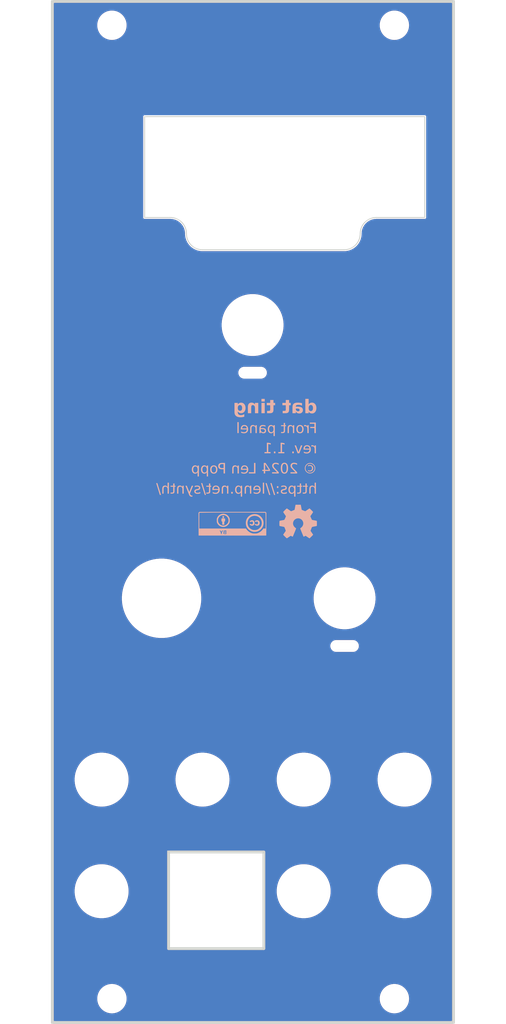
<source format=kicad_pcb>
(kicad_pcb (version 20240108) (generator "pcbnew") (generator_version "8.0")
  (title_block (title "Eurorack 10HP Panel") (date "2024-10-04") (rev "1.1") (company "Len Popp") (comment 1 "https://lenp.net/synth/") (comment 2 "Copyright © 2024 Len Popp CC BY") (comment 3 "Mounting holes match Delptronics panels") (comment 4 "Front panel for 10HP Eurorack module"))
  (layers (0 "F.Cu" signal) (31 "B.Cu" signal) (34 "B.Paste" user) (35 "F.Paste" user) (36 "B.SilkS" user "B.Silkscreen") (37 "F.SilkS" user "F.Silkscreen") (38 "B.Mask" user) (39 "F.Mask" user) (44 "Edge.Cuts" user))
  (property "MODULE" "dat ting")
  (net 0 "")
  (footprint "-lmp-holes:MountingHole_Panel_3.2mm_M3" (layer "F.Cu") (at 107.5 23)
    (property "Reference" "REF**" (hide yes))
    (property "Value" "MountingHole_Panel_3.2mm_M3")
    (pad "" np_thru_hole circle (at 0 0) (size 3.2 3.2) (drill 3.2) (layers "*.Cu" "*.Mask"))
  )
  (footprint "-lmp-holes:MountingHole_Panel_3.2mm_M3" (layer "F.Cu") (at 107.5 145.5)
    (property "Reference" "REF**" (hide yes))
    (property "Value" "MountingHole_Panel_3.2mm_M3")
    (pad "" np_thru_hole circle (at 0 0) (size 3.2 3.2) (drill 3.2) (layers "*.Cu" "*.Mask"))
  )
  (footprint "-lmp-holes:MountingHole_Panel_3.2mm_M3" (layer "F.Cu") (at 143.06 23)
    (property "Reference" "REF**" (hide yes))
    (property "Value" "MountingHole_Panel_3.2mm_M3")
    (pad "" np_thru_hole circle (at 0 0) (size 3.2 3.2) (drill 3.2) (layers "*.Cu" "*.Mask"))
  )
  (footprint "-lmp-holes:MountingHole_Panel_3.2mm_M3" (layer "F.Cu") (at 143.06 145.5)
    (property "Reference" "REF**" (hide yes))
    (property "Value" "MountingHole_Panel_3.2mm_M3")
    (pad "" np_thru_hole circle (at 0 0) (size 3.2 3.2) (drill 3.2) (layers "*.Cu" "*.Mask"))
  )
  (footprint "-lmp-holes:MountingHole_Jack_3.5mm_PJ398" (layer "F.Cu") (at 131.64 117.9378)
    (property "Reference" "REF**" (hide yes))
    (property "Value" "MountingHole_Jack_3.5mm_PJ398")
    (pad "" np_thru_hole circle (at 0 0) (size 6.3 6.3) (drill 6.3) (layers "*.Cu" "*.Mask"))
  )
  (footprint "-lmp-holes:MountingHole_Jack_3.5mm_PJ398" (layer "F.Cu") (at 144.34 117.9378)
    (property "Reference" "REF**" (hide yes))
    (property "Value" "MountingHole_Jack_3.5mm_PJ398")
    (pad "" np_thru_hole circle (at 0 0) (size 6.3 6.3) (drill 6.3) (layers "*.Cu" "*.Mask"))
  )
  (footprint "-lmp-holes:MountingHole_Pot_Alpha" (layer "F.Cu") (at 136.79 95.116)
    (property "Reference" "REF**" (hide yes))
    (property "Value" "MountingHole_Pot_Alpha")
    (pad "" np_thru_hole circle (at 0 0) (size 7.3 7.3) (drill 7.3) (layers "*.Cu" "*.Mask"))
    (pad "" np_thru_hole oval (at 0 6) (size 3.1 1) (drill oval 3.1 1) (layers "F&B.Cu" "*.Mask"))
  )
  (footprint "-lmp-holes:MountingHole_Jack_3.5mm_PJ398" (layer "F.Cu") (at 144.34 131.98)
    (property "Reference" "REF**" (hide yes))
    (property "Value" "MountingHole_Jack_3.5mm_PJ398")
    (pad "" np_thru_hole circle (at 0 0) (size 6.3 6.3) (drill 6.3) (layers "*.Cu" "*.Mask"))
  )
  (footprint "-lmp-holes:MountingHole_Jack_3.5mm_PJ398" (layer "F.Cu") (at 106.2 131.98)
    (property "Reference" "REF**" (hide yes))
    (property "Value" "MountingHole_Jack_3.5mm_PJ398")
    (pad "" np_thru_hole circle (at 0 0) (size 6.3 6.3) (drill 6.3) (layers "*.Cu" "*.Mask"))
  )
  (footprint "-lmp-holes:MountingHole_Jack_3.5mm_PJ398" (layer "F.Cu") (at 106.2 117.9378)
    (property "Reference" "REF**" (hide yes))
    (property "Value" "MountingHole_Jack_3.5mm_PJ398")
    (pad "" np_thru_hole circle (at 0 0) (size 6.3 6.3) (drill 6.3) (layers "*.Cu" "*.Mask"))
  )
  (footprint "-lmp-holes:MountingHole_Jack_3.5mm_PJ398" (layer "F.Cu") (at 131.64 131.98)
    (property "Reference" "REF**" (hide yes))
    (property "Value" "MountingHole_Jack_3.5mm_PJ398")
    (pad "" np_thru_hole circle (at 0 0) (size 6.3 6.3) (drill 6.3) (layers "*.Cu" "*.Mask"))
  )
  (footprint "-lmp-holes:MountingHole_SW_Push_C&K_D6R" (layer "F.Cu") (at 113.75 95.116)
    (property "Reference" "REF**" (hide yes))
    (property "Value" "MountingHole_SW_Push_C&K_D6R")
    (pad "" np_thru_hole circle (at 0 0) (size 9.5 9.5) (drill 9.5) (layers "F&B.Cu" "*.Mask"))
  )
  (footprint "-lmp-holes:MountingHole_Pot_Alpha" (layer "F.Cu") (at 125.21 60.727)
    (property "Reference" "REF**" (hide yes))
    (property "Value" "MountingHole_Pot_Alpha")
    (pad "" np_thru_hole circle (at 0 0) (size 7.3 7.3) (drill 7.3) (layers "*.Cu" "*.Mask"))
    (pad "" np_thru_hole oval (at 0 6) (size 3.1 1) (drill oval 3.1 1) (layers "F&B.Cu" "*.Mask"))
  )
  (footprint "-lmp-holes:Hole_Panel_OLED_0.91in_Header_8pin" (layer "F.Cu") (at 125.25 40.845)
    (property "Reference" "REF**" (hide yes))
    (property "Value" "Hole_Panel_OLED_0.91in")
    (fp_line (start -13.635 -6.35) (end 21.635 -6.35) (stroke (width 0.12)) (layer "Edge.Cuts"))
    (fp_line (start -13.635 6.35) (end -13.635 -6.35) (stroke (width 0.12)) (layer "Edge.Cuts"))
    (fp_line (start -13.635 6.35) (end -10.404 6.35) (stroke (width 0.12)) (layer "Edge.Cuts"))
    (fp_line (start 11.478 10.414) (end -6.34 10.414) (stroke (width 0.12)) (layer "Edge.Cuts"))
    (fp_line (start 15.542 6.35) (end 21.635 6.35) (stroke (width 0.12)) (layer "Edge.Cuts"))
    (fp_line (start 21.635 -6.35) (end 21.635 6.35) (stroke (width 0.12)) (layer "Edge.Cuts"))
    (fp_arc (start -10.404 6.35) (mid -8.967159 6.945159) (end -8.372 8.382) (stroke (width 0.12)) (layer "Edge.Cuts"))
    (fp_arc (start -6.34 10.414) (mid -7.776841 9.818841) (end -8.372 8.382) (stroke (width 0.12)) (layer "Edge.Cuts"))
    (fp_arc (start 13.51 8.382) (mid 12.914841 9.818841) (end 11.478 10.414) (stroke (width 0.12)) (layer "Edge.Cuts"))
    (fp_arc (start 13.51 8.382) (mid 14.105159 6.945159) (end 15.542 6.35) (stroke (width 0.12)) (layer "Edge.Cuts"))
  )
  (footprint "-lmp-holes:MountingHole_Jack_3.5mm_PJ398" (layer "F.Cu") (at 118.9 117.9378)
    (property "Reference" "REF**" (hide yes))
    (property "Value" "MountingHole_Jack_3.5mm_PJ398")
    (pad "" np_thru_hole circle (at 0 0) (size 6.3 6.3) (drill 6.3) (layers "*.Cu" "*.Mask"))
  )
  (footprint "-lmp-misc:Logo_CC_BY" (layer "B.Cu") (at 122.682 85.725 180)
    (property "Reference" "G1" (hide yes))
    (property "Value" "LOGO" (hide yes))
    (fp_poly (pts (xy 1.198591 0.946718) (xy 1.24453 0.917911) (xy 1.27384 0.871061) (xy 1.277828 0.813909) (xy 1.259491 0.769726) (xy 1.210366 0.728824) (xy 1.146002 0.723246) (xy 1.095375 0.742529) (xy 1.066734 0.780694) (xy 1.059449 0.837345) (xy 1.073909 0.894193) (xy 1.091595 0.919238) (xy 1.144715 0.94974) (xy 1.198591 0.946718)) (stroke (width 0.01)) (fill solid) (layer "B.SilkS"))
    (fp_poly (pts (xy 1.007728 -1.10891) (xy 1.049387 -1.134554) (xy 1.058333 -1.165687) (xy 1.039922 -1.20516) (xy 0.995527 -1.235496) (xy 0.941409 -1.250332) (xy 0.893826 -1.243305) (xy 0.881944 -1.234722) (xy 0.871604 -1.205116) (xy 0.867833 -1.160639) (xy 0.873749 -1.117666) (xy 0.900438 -1.102183) (xy 0.929602 -1.100667) (xy 1.007728 -1.10891)) (stroke (width 0.01)) (fill solid) (layer "B.SilkS"))
    (fp_poly (pts (xy 1.008624 -0.933911) (xy 1.031746 -0.945922) (xy 1.03403 -0.973783) (xy 1.033347 -0.978959) (xy 1.019822 -1.01226) (xy 0.983682 -1.028491) (xy 0.947208 -1.033153) (xy 0.895209 -1.034637) (xy 0.872834 -1.022459) (xy 0.867847 -0.98928) (xy 0.867833 -0.985528) (xy 0.872155 -0.95086) (xy 0.893029 -0.935299) (xy 0.942319 -0.931379) (xy 0.953972 -0.931334) (xy 1.008624 -0.933911)) (stroke (width 0.01)) (fill solid) (layer "B.SilkS"))
    (fp_poly (pts (xy 1.265371 0.674893) (xy 1.332164 0.667029) (xy 1.368521 0.652922) (xy 1.374168 0.64759) (xy 1.387404 0.607674) (xy 1.393405 0.532293) (xy 1.392634 0.451798) (xy 1.388574 0.368274) (xy 1.382243 0.318048) (xy 1.370829 0.292085) (xy 1.351516 0.281354) (xy 1.338791 0.278986) (xy 1.316623 0.273497) (xy 1.302673 0.259195) (xy 1.295045 0.227858) (xy 1.291842 0.171267) (xy 1.291168 0.081201) (xy 1.291166 0.072611) (xy 1.291166 -0.127) (xy 1.037166 -0.127) (xy 1.037166 0.072611) (xy 1.036608 0.165606) (xy 1.033668 0.224491) (xy 1.02645 0.257486) (xy 1.013056 0.272812) (xy 0.991591 0.278688) (xy 0.989541 0.278986) (xy 0.964679 0.286104) (xy 0.949697 0.304969) (xy 0.941426 0.345002) (xy 0.936694 0.415619) (xy 0.935704 0.438879) (xy 0.933742 0.541942) (xy 0.942403 0.610052) (xy 0.96854 0.650424) (xy 1.01901 0.670269) (xy 1.100668 0.676801) (xy 1.162319 0.677333) (xy 1.265371 0.674893)) (stroke (width 0.01)) (fill solid) (layer "B.SilkS"))
    (fp_poly (pts (xy -3.02103 0.424598) (xy -2.91672 0.387702) (xy -2.880305 0.364287) (xy -2.831233 0.316441) (xy -2.82357 0.27634) (xy -2.857298 0.243) (xy -2.878228 0.233015) (xy -2.927801 0.217368) (xy -2.96114 0.224786) (xy -2.981416 0.240625) (xy -3.034554 0.267504) (xy -3.099006 0.273562) (xy -3.155714 0.258594) (xy -3.175583 0.242714) (xy -3.193774 0.202761) (xy -3.208244 0.139832) (xy -3.212007 0.110423) (xy -3.207041 0.017637) (xy -3.176589 -0.051636) (xy -3.126708 -0.092927) (xy -3.063452 -0.101769) (xy -2.992878 -0.073694) (xy -2.977533 -0.062563) (xy -2.937359 -0.035025) (xy -2.905035 -0.032112) (xy -2.858844 -0.052225) (xy -2.856122 -0.053629) (xy -2.789721 -0.087967) (xy -2.839486 -0.141245) (xy -2.933756 -0.213414) (xy -3.043435 -0.250287) (xy -3.158803 -0.250035) (xy -3.254244 -0.219188) (xy -3.333304 -0.158345) (xy -3.387757 -0.072069) (xy -3.416357 0.029772) (xy -3.417861 0.13731) (xy -3.391023 0.240675) (xy -3.334599 0.329998) (xy -3.324795 0.340295) (xy -3.236756 0.400263) (xy -3.131605 0.428574) (xy -3.02103 0.424598)) (stroke (width 0.01)) (fill solid) (layer "B.SilkS"))
    (fp_poly (pts (xy -2.39168 0.425061) (xy -2.365422 0.419864) (xy -2.306453 0.398275) (xy -2.24476 0.363217) (xy -2.192613 0.323291) (xy -2.162283 0.287101) (xy -2.159 0.275127) (xy -2.176157 0.258362) (xy -2.218635 0.2336) (xy -2.231009 0.227502) (xy -2.279889 0.206692) (xy -2.308737 0.20668) (xy -2.334969 0.228531) (xy -2.340123 0.234165) (xy -2.393198 0.266129) (xy -2.45973 0.274255) (xy -2.512218 0.258537) (xy -2.546037 0.216053) (xy -2.568158 0.147925) (xy -2.574311 0.070185) (xy -2.570997 0.037874) (xy -2.542321 -0.039667) (xy -2.492697 -0.087999) (xy -2.430625 -0.10356) (xy -2.364608 -0.082791) (xy -2.335818 -0.060589) (xy -2.297118 -0.030981) (xy -2.260723 -0.028782) (xy -2.223329 -0.04199) (xy -2.176133 -0.065406) (xy -2.163143 -0.089267) (xy -2.183198 -0.124379) (xy -2.211106 -0.155875) (xy -2.296435 -0.218831) (xy -2.399927 -0.251253) (xy -2.508693 -0.251377) (xy -2.609839 -0.217439) (xy -2.619569 -0.211781) (xy -2.700833 -0.14597) (xy -2.749326 -0.06404) (xy -2.768556 0.041501) (xy -2.76827 0.105949) (xy -2.745638 0.232547) (xy -2.693649 0.330106) (xy -2.615317 0.396277) (xy -2.513656 0.428712) (xy -2.39168 0.425061)) (stroke (width 0.01)) (fill solid) (layer "B.SilkS"))
    (fp_poly (pts (xy -2.563057 1.182731) (xy -2.361828 1.123237) (xy -2.176836 1.028043) (xy -2.012387 0.898954) (xy -1.872787 0.737776) (xy -1.851627 0.706999) (xy -1.760969 0.533924) (xy -1.702324 0.341508) (xy -1.676332 0.138827) (xy -1.683633 -0.065038) (xy -1.724866 -0.261008) (xy -1.774419 -0.38896) (xy -1.88282 -0.569588) (xy -2.02332 -0.726553) (xy -2.190308 -0.855437) (xy -2.378175 -0.951818) (xy -2.558393 -1.006682) (xy -2.661676 -1.025313) (xy -2.752778 -1.032549) (xy -2.849774 -1.028779) (xy -2.963334 -1.015429) (xy -3.161479 -0.968309) (xy -3.342295 -0.883698) (xy -3.50892 -0.760016) (xy -3.553297 -0.718328) (xy -3.700506 -0.54945) (xy -3.806929 -0.371404) (xy -3.873687 -0.181037) (xy -3.901084 0.018874) (xy -3.687783 0.018874) (xy -3.657491 -0.157882) (xy -3.6048 -0.296334) (xy -3.539895 -0.400636) (xy -3.448266 -0.509609) (xy -3.342045 -0.611122) (xy -3.233365 -0.693046) (xy -3.174437 -0.726586) (xy -3.01123 -0.784497) (xy -2.833345 -0.810389) (xy -2.655039 -0.803099) (xy -2.54 -0.778349) (xy -2.383548 -0.714064) (xy -2.23681 -0.620867) (xy -2.110085 -0.506773) (xy -2.013669 -0.379796) (xy -2.002272 -0.359795) (xy -1.926639 -0.181924) (xy -1.889736 -0.003553) (xy -1.888625 0.171489) (xy -1.920364 0.339374) (xy -1.982014 0.496271) (xy -2.070635 0.638352) (xy -2.183288 0.761788) (xy -2.317032 0.862749) (xy -2.468928 0.937407) (xy -2.636035 0.981932) (xy -2.815414 0.992496) (xy -3.004125 0.965269) (xy -3.017095 0.961982) (xy -3.18983 0.896576) (xy -3.341128 0.799061) (xy -3.468467 0.674837) (xy -3.569325 0.529307) (xy -3.641178 0.367869) (xy -3.681505 0.195924) (xy -3.687783 0.018874) (xy -3.901084 0.018874) (xy -3.901897 0.024804) (xy -3.89365 0.240822) (xy -3.851504 0.433215) (xy -3.772288 0.615301) (xy -3.660959 0.781846) (xy -3.522476 0.927617) (xy -3.361796 1.047378) (xy -3.183877 1.135898) (xy -2.996996 1.187388) (xy -2.776215 1.204716) (xy -2.563057 1.182731)) (stroke (width 0.01)) (fill solid) (layer "B.SilkS"))
    (fp_poly (pts (xy 1.377307 1.219627) (xy 1.537281 1.160105) (xy 1.682469 1.068615) (xy 1.807111 0.946685) (xy 1.905443 0.795844) (xy 1.909413 0.787882) (xy 1.940321 0.722465) (xy 1.960425 0.668687) (xy 1.972035 0.614111) (xy 1.977464 0.5463) (xy 1.979023 0.452817) (xy 1.979083 0.413084) (xy 1.977975 0.304751) (xy 1.973402 0.226714) (xy 1.963487 0.166965) (xy 1.946354 0.113498) (xy 1.924445 0.06345) (xy 1.831411 -0.086953) (xy 1.708237 -0.212584) (xy 1.561218 -0.310224) (xy 1.396648 -0.376655) (xy 1.220825 -0.408659) (xy 1.040042 -0.403016) (xy 1.018548 -0.399695) (xy 0.861591 -0.353137) (xy 0.711567 -0.270809) (xy 0.576827 -0.159249) (xy 0.465722 -0.024998) (xy 0.405977 0.080051) (xy 0.378882 0.143162) (xy 0.361991 0.200848) (xy 0.352996 0.266663) (xy 0.349584 0.354157) (xy 0.349386 0.38893) (xy 0.500593 0.38893) (xy 0.510606 0.302508) (xy 0.536592 0.193771) (xy 0.574165 0.106276) (xy 0.63213 0.022779) (xy 0.683322 -0.035796) (xy 0.81069 -0.145244) (xy 0.953839 -0.216764) (xy 1.108269 -0.249085) (xy 1.269476 -0.24094) (xy 1.34649 -0.222717) (xy 1.49922 -0.157615) (xy 1.625396 -0.064388) (xy 1.723417 0.051265) (xy 1.791679 0.183645) (xy 1.828583 0.327053) (xy 1.832525 0.475789) (xy 1.801903 0.624155) (xy 1.735117 0.766451) (xy 1.654299 0.872386) (xy 1.547984 0.968323) (xy 1.43207 1.031456) (xy 1.296278 1.066311) (xy 1.191868 1.075973) (xy 1.097105 1.078188) (xy 1.028028 1.072995) (xy 0.96827 1.05784) (xy 0.902986 1.030864) (xy 0.760552 0.944352) (xy 0.645883 0.830942) (xy 0.562193 0.696593) (xy 0.512692 0.547269) (xy 0.500593 0.38893) (xy 0.349386 0.38893) (xy 0.34925 0.41275) (xy 0.350641 0.516588) (xy 0.356385 0.591778) (xy 0.368837 0.651959) (xy 0.39035 0.710769) (xy 0.407119 0.747943) (xy 0.489615 0.895944) (xy 0.586193 1.012456) (xy 0.704778 1.107466) (xy 0.866283 1.1911) (xy 1.036047 1.236653) (xy 1.208308 1.245652) (xy 1.377307 1.219627)) (stroke (width 0.01)) (fill solid) (layer "B.SilkS"))
    (fp_poly (pts (xy 4.22386 1.429564) (xy 4.275963 1.377461) (xy 4.270523 -0.057395) (xy 4.265083 -1.49225) (xy 0.019454 -1.497593) (xy -0.401443 -1.498054) (xy -0.811056 -1.498365) (xy -1.207377 -1.498531) (xy -1.588395 -1.498556) (xy -1.952102 -1.498445) (xy -2.296486 -1.498202) (xy -2.619538 -1.49783) (xy -2.919248 -1.497335) (xy -3.193607 -1.496719) (xy -3.440605 -1.495988) (xy -3.658231 -1.495145) (xy -3.844477 -1.494195) (xy -3.997332 -1.493142) (xy -4.114786 -1.491989) (xy -4.19483 -1.490742) (xy -4.235454 -1.489404) (xy -4.240338 -1.488774) (xy -4.242738 -1.465738) (xy -4.24501 -1.403866) (xy -4.24712 -1.306657) (xy -4.249033 -1.17761) (xy -4.250715 -1.020222) (xy -4.252132 -0.837992) (xy -4.253248 -0.634417) (xy -4.25403 -0.412996) (xy -4.254443 -0.177227) (xy -4.2545 -0.048427) (xy -4.2545 0.366183) (xy -4.169834 0.366183) (xy -4.169834 -0.613834) (xy -4.026959 -0.614379) (xy -3.884084 -0.614925) (xy -3.812144 -0.720966) (xy -3.692651 -0.864995) (xy -3.542152 -0.996181) (xy -3.371665 -1.106777) (xy -3.192209 -1.189035) (xy -3.108881 -1.21544) (xy -2.997957 -1.235421) (xy -2.862492 -1.245246) (xy -2.719048 -1.244881) (xy -2.584188 -1.234297) (xy -2.486239 -1.216626) (xy -2.272603 -1.14063) (xy -2.076159 -1.027636) (xy -1.902364 -0.881322) (xy -1.872569 -0.846667) (xy 0.783166 -0.846667) (xy 0.783166 -1.312334) (xy 0.917895 -1.312334) (xy 1.004895 -1.308401) (xy 1.064225 -1.294438) (xy 1.108395 -1.268464) (xy 1.153631 -1.212561) (xy 1.16015 -1.151895) (xy 1.127249 -1.095152) (xy 1.122761 -1.090924) (xy 1.095408 -1.06005) (xy 1.100119 -1.036022) (xy 1.112178 -1.022631) (xy 1.140542 -0.973664) (xy 1.127789 -0.922153) (xy 1.100666 -0.889) (xy 1.066252 -0.864363) (xy 1.017466 -0.851272) (xy 0.941826 -0.846789) (xy 0.92075 -0.846667) (xy 1.185789 -0.846667) (xy 1.270228 -0.984623) (xy 1.319 -1.071602) (xy 1.345387 -1.140404) (xy 1.354475 -1.205058) (xy 1.354666 -1.217456) (xy 1.35688 -1.276088) (xy 1.367744 -1.303811) (xy 1.393598 -1.311987) (xy 1.407583 -1.312334) (xy 1.440934 -1.308067) (xy 1.456279 -1.287521) (xy 1.460461 -1.23908) (xy 1.460563 -1.222375) (xy 1.468744 -1.154833) (xy 1.496329 -1.080912) (xy 1.543713 -0.994834) (xy 1.585033 -0.925149) (xy 1.606079 -0.883515) (xy 1.608913 -0.86202) (xy 1.595597 -0.852753) (xy 1.581496 -0.849898) (xy 1.555171 -0.849042) (xy 1.530909 -0.860656) (xy 1.501095 -0.89146) (xy 1.45812 -0.948175) (xy 1.437195 -0.977303) (xy 1.403307 -1.024763) (xy 1.352528 -0.935878) (xy 1.314063 -0.878532) (xy 1.2778 -0.852038) (xy 1.243769 -0.84683) (xy 1.185789 -0.846667) (xy 0.92075 -0.846667) (xy 0.783166 -0.846667) (xy -1.872569 -0.846667) (xy -1.783802 -0.743422) (xy -1.68774 -0.613834) (xy 4.191 -0.613834) (xy 4.191 0.366183) (xy 4.190708 0.611968) (xy 4.18979 0.818065) (xy 4.188178 0.987114) (xy 4.185805 1.121755) (xy 4.182605 1.224631) (xy 4.178511 1.298382) (xy 4.173457 1.345649) (xy 4.167375 1.369072) (xy 4.165599 1.3716) (xy 4.141594 1.374757) (xy 4.07774 1.377723) (xy 3.97652 1.380499) (xy 3.840418 1.383084) (xy 3.671917 1.385478) (xy 3.473502 1.387681) (xy 3.247656 1.389693) (xy 2.996862 1.391514) (xy 2.723604 1.393145) (xy 2.430367 1.394585) (xy 2.119632 1.395834) (xy 1.793885 1.396892) (xy 1.455608 1.397759) (xy 1.107285 1.398435) (xy 0.751401 1.398921) (xy 0.390438 1.399216) (xy 0.02688 1.39932) (xy -0.336789 1.399233) (xy -0.698086 1.398955) (xy -1.054526 1.398487) (xy -1.403627 1.397827) (xy -1.742905 1.396977) (xy -2.069875 1.395936) (xy -2.382055 1.394704) (xy -2.676961 1.393282) (xy -2.952109 1.391668) (xy -3.205015 1.389864) (xy -3.433196 1.387869) (xy -3.634169 1.385683) (xy -3.805449 1.383306) (xy -3.944553 1.380738) (xy -4.048998 1.37798) (xy -4.116299 1.37503) (xy -4.143973 1.37189) (xy -4.144434 1.3716) (xy -4.150797 1.353998) (xy -4.156114 1.313246) (xy -4.160454 1.246703) (xy -4.163882 1.151728) (xy -4.166465 1.025681) (xy -4.168271 0.865919) (xy -4.169365 0.669804) (xy -4.169814 0.434693) (xy -4.169834 0.366183) (xy -4.2545 0.366183) (xy -4.2545 1.377757) (xy -4.202546 1.429712) (xy -4.150591 1.481666) (xy 4.171757 1.481666) (xy 4.22386 1.429564)) (stroke (width 0.01)) (fill solid) (layer "B.SilkS"))
  )
  (footprint "-lmp-misc:Logo_OSHW" (layer "B.Cu") (at 130.937 85.471 180)
    (property "Reference" "G3" (hide yes))
    (property "Value" "LOGO" (hide yes))
    (fp_poly (pts (xy 0.332309 2.043907) (xy 0.341381 1.998069) (xy 0.354628 1.929173) (xy 0.370495 1.845389) (xy 0.38743 1.75489) (xy 0.393386 1.722796) (xy 0.437401 1.485029) (xy 0.657063 1.393795) (xy 0.74497 1.357921) (xy 0.808749 1.333741) (xy 0.853195 1.319859) (xy 0.883107 1.31488) (xy 0.903282 1.317408) (xy 0.9098 1.320262) (xy 0.933551 1.334917) (xy 0.978298 1.364246) (xy 1.038939 1.404842) (xy 1.110374 1.453296) (xy 1.165969 1.491371) (xy 1.240949 1.542833) (xy 1.307718 1.588474) (xy 1.361493 1.625041) (xy 1.397494 1.649281) (xy 1.409956 1.657414) (xy 1.427811 1.652955) (xy 1.463227 1.627667) (xy 1.517172 1.58073) (xy 1.590613 1.511323) (xy 1.644039 1.458948) (xy 1.711608 1.391108) (xy 1.771268 1.329438) (xy 1.819306 1.277919) (xy 1.852008 1.240535) (xy 1.865664 1.221267) (xy 1.865677 1.221226) (xy 1.859691 1.197676) (xy 1.835212 1.150604) (xy 1.793183 1.081596) (xy 1.734543 0.992239) (xy 1.697471 0.937781) (xy 1.520815 0.68096) (xy 1.619383 0.452127) (xy 1.659348 0.362713) (xy 1.694168 0.291444) (xy 1.72197 0.241872) (xy 1.740879 0.217552) (xy 1.744007 0.215831) (xy 1.767564 0.210654) (xy 1.816769 0.200917) (xy 1.886021 0.187693) (xy 1.969721 0.172052) (xy 2.047875 0.157689) (xy 2.138232 0.140363) (xy 2.217638 0.123538) (xy 2.280838 0.108457) (xy 2.322577 0.096363) (xy 2.33735 0.089224) (xy 2.341052 0.068346) (xy 2.344296 0.021045) (xy 2.34688 -0.047351) (xy 2.348601 -0.131515) (xy 2.349256 -0.224274) (xy 2.34874 -0.336892) (xy 2.346841 -0.421041) (xy 2.343351 -0.479979) (xy 2.33806 -0.516966) (xy 2.330759 -0.535262) (xy 2.329202 -0.536832) (xy 2.307564 -0.54503) (xy 2.260103 -0.557343) (xy 2.192292 -0.572534) (xy 2.109605 -0.589367) (xy 2.031546 -0.604073) (xy 1.940736 -0.621377) (xy 1.860376 -0.638211) (xy 1.795872 -0.653319) (xy 1.752632 -0.665446) (xy 1.736595 -0.672515) (xy 1.722252 -0.695942) (xy 1.700812 -0.741547) (xy 1.674629 -0.803127) (xy 1.646056 -0.87448) (xy 1.617445 -0.949405) (xy 1.591149 -1.021699) (xy 1.569521 -1.085159) (xy 1.554912 -1.133585) (xy 1.549677 -1.160773) (xy 1.550241 -1.163788) (xy 1.562554 -1.182573) (xy 1.589739 -1.222789) (xy 1.628605 -1.279753) (xy 1.675959 -1.348785) (xy 1.717281 -1.408788) (xy 1.768237 -1.483332) (xy 1.812217 -1.548959) (xy 1.846284 -1.601179) (xy 1.867501 -1.635506) (xy 1.873249 -1.647126) (xy 1.862515 -1.661602) (xy 1.832595 -1.694758) (xy 1.786914 -1.742986) (xy 1.728898 -1.802678) (xy 1.661972 -1.870225) (xy 1.652489 -1.879701) (xy 1.570583 -1.960422) (xy 1.507752 -2.019804) (xy 1.461587 -2.059887) (xy 1.429677 -2.082708) (xy 1.409614 -2.090306) (xy 1.404428 -2.089563) (xy 1.382638 -2.077373) (xy 1.339761 -2.050325) (xy 1.280786 -2.011678) (xy 1.210703 -1.964685) (xy 1.15767 -1.928544) (xy 1.084231 -1.878624) (xy 1.019809 -1.835701) (xy 0.968968 -1.802746) (xy 0.936274 -1.782731) (xy 0.926456 -1.778) (xy 0.907758 -1.784814) (xy 0.868466 -1.802925) (xy 0.816075 -1.82883) (xy 0.799669 -1.837215) (xy 0.745513 -1.863547) (xy 0.702661 -1.881495) (xy 0.678317 -1.888138) (xy 0.675671 -1.887463) (xy 0.666195 -1.869527) (xy 0.646683 -1.826283) (xy 0.61885 -1.761921) (xy 0.584411 -1.680627) (xy 0.545081 -1.586591) (xy 0.502576 -1.484001) (xy 0.458609 -1.377043) (xy 0.414897 -1.269908) (xy 0.373154 -1.166782) (xy 0.335095 -1.071855) (xy 0.302436 -0.989313) (xy 0.276891 -0.923346) (xy 0.260175 -0.878141) (xy 0.254004 -0.857887) (xy 0.254 -0.857727) (xy 0.267057 -0.831175) (xy 0.291181 -0.813655) (xy 0.320082 -0.795098) (xy 0.363545 -0.760996) (xy 0.413339 -0.717903) (xy 0.425838 -0.706469) (xy 0.521321 -0.598253) (xy 0.589436 -0.478327) (xy 0.630082 -0.350658) (xy 0.64316 -0.219214) (xy 0.628567 -0.087962) (xy 0.586205 0.039131) (xy 0.515973 0.158097) (xy 0.449685 0.234902) (xy 0.34119 0.322392) (xy 0.220313 0.382989) (xy 0.091552 0.416695) (xy -0.040598 0.423509) (xy -0.171639 0.403432) (xy -0.297073 0.356462) (xy -0.412405 0.282601) (xy -0.465561 0.234902) (xy -0.555494 0.124047) (xy -0.617486 0.002268) (xy -0.651637 -0.126466) (xy -0.658048 -0.258188) (xy -0.636819 -0.38893) (xy -0.588051 -0.514725) (xy -0.511844 -0.631606) (xy -0.441714 -0.706469) (xy -0.391624 -0.750788) (xy -0.345801 -0.787757) (xy -0.31248 -0.810824) (xy -0.307057 -0.813655) (xy -0.278822 -0.836047) (xy -0.269875 -0.857727) (xy -0.275742 -0.877259) (xy -0.292199 -0.921853) (xy -0.317531 -0.987321) (xy -0.350023 -1.069475) (xy -0.38796 -1.164127) (xy -0.429627 -1.267088) (xy -0.473309 -1.374171) (xy -0.517291 -1.481187) (xy -0.559858 -1.583949) (xy -0.599294 -1.678267) (xy -0.633886 -1.759955) (xy -0.661917 -1.824823) (xy -0.681673 -1.868683) (xy -0.691439 -1.887349) (xy -0.691547 -1.887463) (xy -0.708781 -1.884865) (xy -0.74673 -1.87007) (xy -0.79819 -1.845995) (xy -0.815545 -1.837215) (xy -0.87027 -1.809724) (xy -0.914006 -1.789018) (xy -0.939274 -1.778598) (xy -0.942068 -1.778) (xy -0.958281 -1.786545) (xy -0.99619 -1.81026) (xy -1.051371 -1.846265) (xy -1.119398 -1.891677) (xy -1.185816 -1.93675) (xy -1.261905 -1.988112) (xy -1.329536 -2.03255) (xy -1.38415 -2.067164) (xy -1.42119 -2.089057) (xy -1.43553 -2.0955) (xy -1.45167 -2.084739) (xy -1.486309 -2.054764) (xy -1.535721 -2.00903) (xy -1.59618 -1.950995) (xy -1.663958 -1.884116) (xy -1.671057 -1.877013) (xy -1.738416 -1.808944) (xy -1.797325 -1.748305) (xy -1.844348 -1.698724) (xy -1.87605 -1.66383) (xy -1.888994 -1.647251) (xy -1.889125 -1.646708) (xy -1.880529 -1.630386) (xy -1.856698 -1.592506) (xy -1.820567 -1.537547) (xy -1.775072 -1.469987) (xy -1.733157 -1.408788) (xy -1.681353 -1.333531) (xy -1.635515 -1.266643) (xy -1.598836 -1.212805) (xy -1.574507 -1.176699) (xy -1.566117 -1.163788) (xy -1.568212 -1.143868) (xy -1.580361 -1.100924) (xy -1.600208 -1.04116) (xy -1.625402 -0.970779) (xy -1.653588 -0.895982) (xy -1.682414 -0.822973) (xy -1.709526 -0.757956) (xy -1.732571 -0.707131) (xy -1.749196 -0.676703) (xy -1.752471 -0.672589) (xy -1.773188 -0.664012) (xy -1.819798 -0.651325) (xy -1.886901 -0.635788) (xy -1.969098 -0.618661) (xy -2.047875 -0.603599) (xy -2.138935 -0.586192) (xy -2.219747 -0.56945) (xy -2.28486 -0.554608) (xy -2.328819 -0.542897) (xy -2.345532 -0.536285) (xy -2.353122 -0.52039) (xy -2.35869 -0.484937) (xy -2.362422 -0.426925) (xy -2.364508 -0.343353) (xy -2.365136 -0.23122) (xy -2.365132 -0.224274) (xy -2.364454 -0.129816) (xy -2.362715 -0.045899) (xy -2.360116 0.022149) (xy -2.356862 0.069001) (xy -2.353226 0.089224) (xy -2.334501 0.097698) (xy -2.28973 0.110242) (xy -2.224168 0.125615) (xy -2.143071 0.142573) (xy -2.06375 0.157689) (xy -1.972185 0.174539) (xy -1.890317 0.189882) (xy -1.823748 0.202646) (xy -1.778075 0.211759) (xy -1.759883 0.215831) (xy -1.743498 0.23326) (xy -1.717751 0.276831) (xy -1.684515 0.342991) (xy -1.645665 0.428188) (xy -1.635259 0.452127) (xy -1.536691 0.68096) (xy -1.713347 0.937781) (xy -1.780321 1.037176) (xy -1.831178 1.117053) (xy -1.864977 1.175825) (xy -1.880778 1.211907) (xy -1.881553 1.221226) (xy -1.867997 1.240398) (xy -1.835375 1.277706) (xy -1.787401 1.329167) (xy -1.727787 1.390799) (xy -1.660247 1.458619) (xy -1.659915 1.458948) (xy -1.573506 1.542945) (xy -1.507347 1.603693) (xy -1.460731 1.641791) (xy -1.432952 1.657841) (xy -1.425832 1.657743) (xy -1.406307 1.644973) (xy -1.365455 1.617396) (xy -1.30806 1.57827) (xy -1.238906 1.530853) (xy -1.182688 1.492145) (xy -1.106717 1.440046) (xy -1.037755 1.393314) (xy -0.980931 1.355382) (xy -0.941376 1.329681) (xy -0.92652 1.320706) (xy -0.909039 1.315224) (xy -0.884577 1.316423) (xy -0.848256 1.32571) (xy -0.7952 1.344489) (xy -0.720531 1.374168) (xy -0.672939 1.393795) (xy -0.453277 1.485029) (xy -0.409262 1.722796) (xy -0.392321 1.813715) (xy -0.375898 1.900809) (xy -0.361547 1.975906) (xy -0.35082 2.030837) (xy -0.348185 2.043907) (xy -0.331124 2.12725) (xy 0.315248 2.12725) (xy 0.332309 2.043907)) (stroke (width 0.01)) (fill solid) (layer "B.SilkS"))
  )
  (gr_line (start 100 148.5) (end 100 20) (stroke (width 0.3556)) (layer "Edge.Cuts"))
  (gr_line (start 150.5 20) (end 150.5 148.5) (stroke (width 0.3556)) (layer "Edge.Cuts"))
  (gr_line (start 100 20) (end 150.5 20) (stroke (width 0.3556)) (layer "Edge.Cuts"))
  (gr_line (start 150.5 148.5) (end 100 148.5) (stroke (width 0.3556)) (layer "Edge.Cuts"))
  (gr_rect (start 114.6294 127.044) (end 126.6294 139.204) (stroke (width 0.3556)) (fill none) (layer "Edge.Cuts"))
  (gr_text "rev. ${REVISION}" (at 133.35 76.327 0) (layer "B.SilkS") (effects (font (size 1.3 1.3)) (justify left mirror)))
  (gr_text "© 2024 Len Popp" (at 133.35 78.867 0) (layer "B.SilkS") (effects (font (size 1.3 1.3)) (justify left mirror)))
  (gr_text "Front panel" (at 133.35 73.787 0) (layer "B.SilkS") (effects (font (size 1.3 1.3)) (justify left mirror)))
  (gr_text "${MODULE}" (at 133.35 71.12 0) (layer "B.SilkS") (effects (font (size 1.7 1.7) (thickness 0.34) (bold yes)) (justify left mirror)))
  (gr_text "https://lenp.net/synth/" (at 133.35 81.407 0) (layer "B.SilkS") (effects (font (size 1.3 1.3) (thickness 0.1524)) (justify left mirror)))
  (zone (net 0) (net_name "") (layers "F&B.Cu") (connect_pads (clearance 0.2032)) (min_thickness 0.2032) (fill yes (thermal_gap 0.508) (thermal_bridge_width 0.508))
    (polygon (pts (xy 150.6 148.6) (xy 99.9 148.6) (xy 99.9 19.9) (xy 150.6 19.9)))
  )
)
</source>
